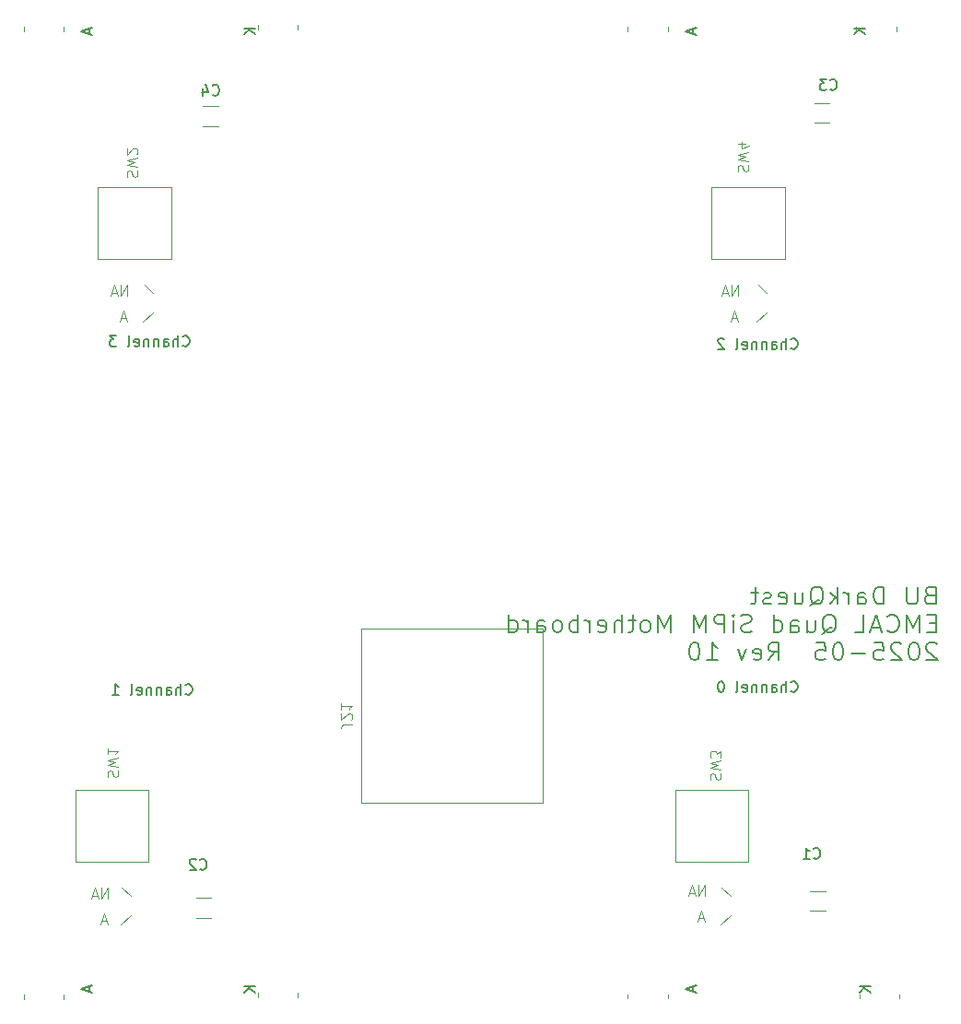
<source format=gbr>
%TF.GenerationSoftware,KiCad,Pcbnew,9.0.2*%
%TF.CreationDate,2025-06-11T08:09:26-04:00*%
%TF.ProjectId,DarkQuest_SiPM_Motherboard,4461726b-5175-4657-9374-5f5369504d5f,10*%
%TF.SameCoordinates,Original*%
%TF.FileFunction,Legend,Bot*%
%TF.FilePolarity,Positive*%
%FSLAX46Y46*%
G04 Gerber Fmt 4.6, Leading zero omitted, Abs format (unit mm)*
G04 Created by KiCad (PCBNEW 9.0.2) date 2025-06-11 08:09:26*
%MOMM*%
%LPD*%
G01*
G04 APERTURE LIST*
%ADD10C,0.150000*%
%ADD11C,0.203200*%
%ADD12C,0.100000*%
%ADD13C,0.120000*%
G04 APERTURE END LIST*
D10*
X65669104Y-143761905D02*
X65669104Y-144238095D01*
X65954819Y-143666667D02*
X64954819Y-144000000D01*
X64954819Y-144000000D02*
X65954819Y-144333333D01*
X130155792Y-85118580D02*
X130203411Y-85166200D01*
X130203411Y-85166200D02*
X130346268Y-85213819D01*
X130346268Y-85213819D02*
X130441506Y-85213819D01*
X130441506Y-85213819D02*
X130584363Y-85166200D01*
X130584363Y-85166200D02*
X130679601Y-85070961D01*
X130679601Y-85070961D02*
X130727220Y-84975723D01*
X130727220Y-84975723D02*
X130774839Y-84785247D01*
X130774839Y-84785247D02*
X130774839Y-84642390D01*
X130774839Y-84642390D02*
X130727220Y-84451914D01*
X130727220Y-84451914D02*
X130679601Y-84356676D01*
X130679601Y-84356676D02*
X130584363Y-84261438D01*
X130584363Y-84261438D02*
X130441506Y-84213819D01*
X130441506Y-84213819D02*
X130346268Y-84213819D01*
X130346268Y-84213819D02*
X130203411Y-84261438D01*
X130203411Y-84261438D02*
X130155792Y-84309057D01*
X129727220Y-85213819D02*
X129727220Y-84213819D01*
X129298649Y-85213819D02*
X129298649Y-84690009D01*
X129298649Y-84690009D02*
X129346268Y-84594771D01*
X129346268Y-84594771D02*
X129441506Y-84547152D01*
X129441506Y-84547152D02*
X129584363Y-84547152D01*
X129584363Y-84547152D02*
X129679601Y-84594771D01*
X129679601Y-84594771D02*
X129727220Y-84642390D01*
X128393887Y-85213819D02*
X128393887Y-84690009D01*
X128393887Y-84690009D02*
X128441506Y-84594771D01*
X128441506Y-84594771D02*
X128536744Y-84547152D01*
X128536744Y-84547152D02*
X128727220Y-84547152D01*
X128727220Y-84547152D02*
X128822458Y-84594771D01*
X128393887Y-85166200D02*
X128489125Y-85213819D01*
X128489125Y-85213819D02*
X128727220Y-85213819D01*
X128727220Y-85213819D02*
X128822458Y-85166200D01*
X128822458Y-85166200D02*
X128870077Y-85070961D01*
X128870077Y-85070961D02*
X128870077Y-84975723D01*
X128870077Y-84975723D02*
X128822458Y-84880485D01*
X128822458Y-84880485D02*
X128727220Y-84832866D01*
X128727220Y-84832866D02*
X128489125Y-84832866D01*
X128489125Y-84832866D02*
X128393887Y-84785247D01*
X127917696Y-84547152D02*
X127917696Y-85213819D01*
X127917696Y-84642390D02*
X127870077Y-84594771D01*
X127870077Y-84594771D02*
X127774839Y-84547152D01*
X127774839Y-84547152D02*
X127631982Y-84547152D01*
X127631982Y-84547152D02*
X127536744Y-84594771D01*
X127536744Y-84594771D02*
X127489125Y-84690009D01*
X127489125Y-84690009D02*
X127489125Y-85213819D01*
X127012934Y-84547152D02*
X127012934Y-85213819D01*
X127012934Y-84642390D02*
X126965315Y-84594771D01*
X126965315Y-84594771D02*
X126870077Y-84547152D01*
X126870077Y-84547152D02*
X126727220Y-84547152D01*
X126727220Y-84547152D02*
X126631982Y-84594771D01*
X126631982Y-84594771D02*
X126584363Y-84690009D01*
X126584363Y-84690009D02*
X126584363Y-85213819D01*
X125727220Y-85166200D02*
X125822458Y-85213819D01*
X125822458Y-85213819D02*
X126012934Y-85213819D01*
X126012934Y-85213819D02*
X126108172Y-85166200D01*
X126108172Y-85166200D02*
X126155791Y-85070961D01*
X126155791Y-85070961D02*
X126155791Y-84690009D01*
X126155791Y-84690009D02*
X126108172Y-84594771D01*
X126108172Y-84594771D02*
X126012934Y-84547152D01*
X126012934Y-84547152D02*
X125822458Y-84547152D01*
X125822458Y-84547152D02*
X125727220Y-84594771D01*
X125727220Y-84594771D02*
X125679601Y-84690009D01*
X125679601Y-84690009D02*
X125679601Y-84785247D01*
X125679601Y-84785247D02*
X126155791Y-84880485D01*
X125108172Y-85213819D02*
X125203410Y-85166200D01*
X125203410Y-85166200D02*
X125251029Y-85070961D01*
X125251029Y-85070961D02*
X125251029Y-84213819D01*
X124012933Y-84309057D02*
X123965314Y-84261438D01*
X123965314Y-84261438D02*
X123870076Y-84213819D01*
X123870076Y-84213819D02*
X123631981Y-84213819D01*
X123631981Y-84213819D02*
X123536743Y-84261438D01*
X123536743Y-84261438D02*
X123489124Y-84309057D01*
X123489124Y-84309057D02*
X123441505Y-84404295D01*
X123441505Y-84404295D02*
X123441505Y-84499533D01*
X123441505Y-84499533D02*
X123489124Y-84642390D01*
X123489124Y-84642390D02*
X124060552Y-85213819D01*
X124060552Y-85213819D02*
X123441505Y-85213819D01*
X65669104Y-55761905D02*
X65669104Y-56238095D01*
X65954819Y-55666667D02*
X64954819Y-56000000D01*
X64954819Y-56000000D02*
X65954819Y-56333333D01*
X74275792Y-84864580D02*
X74323411Y-84912200D01*
X74323411Y-84912200D02*
X74466268Y-84959819D01*
X74466268Y-84959819D02*
X74561506Y-84959819D01*
X74561506Y-84959819D02*
X74704363Y-84912200D01*
X74704363Y-84912200D02*
X74799601Y-84816961D01*
X74799601Y-84816961D02*
X74847220Y-84721723D01*
X74847220Y-84721723D02*
X74894839Y-84531247D01*
X74894839Y-84531247D02*
X74894839Y-84388390D01*
X74894839Y-84388390D02*
X74847220Y-84197914D01*
X74847220Y-84197914D02*
X74799601Y-84102676D01*
X74799601Y-84102676D02*
X74704363Y-84007438D01*
X74704363Y-84007438D02*
X74561506Y-83959819D01*
X74561506Y-83959819D02*
X74466268Y-83959819D01*
X74466268Y-83959819D02*
X74323411Y-84007438D01*
X74323411Y-84007438D02*
X74275792Y-84055057D01*
X73847220Y-84959819D02*
X73847220Y-83959819D01*
X73418649Y-84959819D02*
X73418649Y-84436009D01*
X73418649Y-84436009D02*
X73466268Y-84340771D01*
X73466268Y-84340771D02*
X73561506Y-84293152D01*
X73561506Y-84293152D02*
X73704363Y-84293152D01*
X73704363Y-84293152D02*
X73799601Y-84340771D01*
X73799601Y-84340771D02*
X73847220Y-84388390D01*
X72513887Y-84959819D02*
X72513887Y-84436009D01*
X72513887Y-84436009D02*
X72561506Y-84340771D01*
X72561506Y-84340771D02*
X72656744Y-84293152D01*
X72656744Y-84293152D02*
X72847220Y-84293152D01*
X72847220Y-84293152D02*
X72942458Y-84340771D01*
X72513887Y-84912200D02*
X72609125Y-84959819D01*
X72609125Y-84959819D02*
X72847220Y-84959819D01*
X72847220Y-84959819D02*
X72942458Y-84912200D01*
X72942458Y-84912200D02*
X72990077Y-84816961D01*
X72990077Y-84816961D02*
X72990077Y-84721723D01*
X72990077Y-84721723D02*
X72942458Y-84626485D01*
X72942458Y-84626485D02*
X72847220Y-84578866D01*
X72847220Y-84578866D02*
X72609125Y-84578866D01*
X72609125Y-84578866D02*
X72513887Y-84531247D01*
X72037696Y-84293152D02*
X72037696Y-84959819D01*
X72037696Y-84388390D02*
X71990077Y-84340771D01*
X71990077Y-84340771D02*
X71894839Y-84293152D01*
X71894839Y-84293152D02*
X71751982Y-84293152D01*
X71751982Y-84293152D02*
X71656744Y-84340771D01*
X71656744Y-84340771D02*
X71609125Y-84436009D01*
X71609125Y-84436009D02*
X71609125Y-84959819D01*
X71132934Y-84293152D02*
X71132934Y-84959819D01*
X71132934Y-84388390D02*
X71085315Y-84340771D01*
X71085315Y-84340771D02*
X70990077Y-84293152D01*
X70990077Y-84293152D02*
X70847220Y-84293152D01*
X70847220Y-84293152D02*
X70751982Y-84340771D01*
X70751982Y-84340771D02*
X70704363Y-84436009D01*
X70704363Y-84436009D02*
X70704363Y-84959819D01*
X69847220Y-84912200D02*
X69942458Y-84959819D01*
X69942458Y-84959819D02*
X70132934Y-84959819D01*
X70132934Y-84959819D02*
X70228172Y-84912200D01*
X70228172Y-84912200D02*
X70275791Y-84816961D01*
X70275791Y-84816961D02*
X70275791Y-84436009D01*
X70275791Y-84436009D02*
X70228172Y-84340771D01*
X70228172Y-84340771D02*
X70132934Y-84293152D01*
X70132934Y-84293152D02*
X69942458Y-84293152D01*
X69942458Y-84293152D02*
X69847220Y-84340771D01*
X69847220Y-84340771D02*
X69799601Y-84436009D01*
X69799601Y-84436009D02*
X69799601Y-84531247D01*
X69799601Y-84531247D02*
X70275791Y-84626485D01*
X69228172Y-84959819D02*
X69323410Y-84912200D01*
X69323410Y-84912200D02*
X69371029Y-84816961D01*
X69371029Y-84816961D02*
X69371029Y-83959819D01*
X68180552Y-83959819D02*
X67561505Y-83959819D01*
X67561505Y-83959819D02*
X67894838Y-84340771D01*
X67894838Y-84340771D02*
X67751981Y-84340771D01*
X67751981Y-84340771D02*
X67656743Y-84388390D01*
X67656743Y-84388390D02*
X67609124Y-84436009D01*
X67609124Y-84436009D02*
X67561505Y-84531247D01*
X67561505Y-84531247D02*
X67561505Y-84769342D01*
X67561505Y-84769342D02*
X67609124Y-84864580D01*
X67609124Y-84864580D02*
X67656743Y-84912200D01*
X67656743Y-84912200D02*
X67751981Y-84959819D01*
X67751981Y-84959819D02*
X68037695Y-84959819D01*
X68037695Y-84959819D02*
X68132933Y-84912200D01*
X68132933Y-84912200D02*
X68180552Y-84864580D01*
X80954819Y-55738095D02*
X79954819Y-55738095D01*
X80954819Y-56309523D02*
X80383390Y-55880952D01*
X79954819Y-56309523D02*
X80526247Y-55738095D01*
X130155792Y-116614580D02*
X130203411Y-116662200D01*
X130203411Y-116662200D02*
X130346268Y-116709819D01*
X130346268Y-116709819D02*
X130441506Y-116709819D01*
X130441506Y-116709819D02*
X130584363Y-116662200D01*
X130584363Y-116662200D02*
X130679601Y-116566961D01*
X130679601Y-116566961D02*
X130727220Y-116471723D01*
X130727220Y-116471723D02*
X130774839Y-116281247D01*
X130774839Y-116281247D02*
X130774839Y-116138390D01*
X130774839Y-116138390D02*
X130727220Y-115947914D01*
X130727220Y-115947914D02*
X130679601Y-115852676D01*
X130679601Y-115852676D02*
X130584363Y-115757438D01*
X130584363Y-115757438D02*
X130441506Y-115709819D01*
X130441506Y-115709819D02*
X130346268Y-115709819D01*
X130346268Y-115709819D02*
X130203411Y-115757438D01*
X130203411Y-115757438D02*
X130155792Y-115805057D01*
X129727220Y-116709819D02*
X129727220Y-115709819D01*
X129298649Y-116709819D02*
X129298649Y-116186009D01*
X129298649Y-116186009D02*
X129346268Y-116090771D01*
X129346268Y-116090771D02*
X129441506Y-116043152D01*
X129441506Y-116043152D02*
X129584363Y-116043152D01*
X129584363Y-116043152D02*
X129679601Y-116090771D01*
X129679601Y-116090771D02*
X129727220Y-116138390D01*
X128393887Y-116709819D02*
X128393887Y-116186009D01*
X128393887Y-116186009D02*
X128441506Y-116090771D01*
X128441506Y-116090771D02*
X128536744Y-116043152D01*
X128536744Y-116043152D02*
X128727220Y-116043152D01*
X128727220Y-116043152D02*
X128822458Y-116090771D01*
X128393887Y-116662200D02*
X128489125Y-116709819D01*
X128489125Y-116709819D02*
X128727220Y-116709819D01*
X128727220Y-116709819D02*
X128822458Y-116662200D01*
X128822458Y-116662200D02*
X128870077Y-116566961D01*
X128870077Y-116566961D02*
X128870077Y-116471723D01*
X128870077Y-116471723D02*
X128822458Y-116376485D01*
X128822458Y-116376485D02*
X128727220Y-116328866D01*
X128727220Y-116328866D02*
X128489125Y-116328866D01*
X128489125Y-116328866D02*
X128393887Y-116281247D01*
X127917696Y-116043152D02*
X127917696Y-116709819D01*
X127917696Y-116138390D02*
X127870077Y-116090771D01*
X127870077Y-116090771D02*
X127774839Y-116043152D01*
X127774839Y-116043152D02*
X127631982Y-116043152D01*
X127631982Y-116043152D02*
X127536744Y-116090771D01*
X127536744Y-116090771D02*
X127489125Y-116186009D01*
X127489125Y-116186009D02*
X127489125Y-116709819D01*
X127012934Y-116043152D02*
X127012934Y-116709819D01*
X127012934Y-116138390D02*
X126965315Y-116090771D01*
X126965315Y-116090771D02*
X126870077Y-116043152D01*
X126870077Y-116043152D02*
X126727220Y-116043152D01*
X126727220Y-116043152D02*
X126631982Y-116090771D01*
X126631982Y-116090771D02*
X126584363Y-116186009D01*
X126584363Y-116186009D02*
X126584363Y-116709819D01*
X125727220Y-116662200D02*
X125822458Y-116709819D01*
X125822458Y-116709819D02*
X126012934Y-116709819D01*
X126012934Y-116709819D02*
X126108172Y-116662200D01*
X126108172Y-116662200D02*
X126155791Y-116566961D01*
X126155791Y-116566961D02*
X126155791Y-116186009D01*
X126155791Y-116186009D02*
X126108172Y-116090771D01*
X126108172Y-116090771D02*
X126012934Y-116043152D01*
X126012934Y-116043152D02*
X125822458Y-116043152D01*
X125822458Y-116043152D02*
X125727220Y-116090771D01*
X125727220Y-116090771D02*
X125679601Y-116186009D01*
X125679601Y-116186009D02*
X125679601Y-116281247D01*
X125679601Y-116281247D02*
X126155791Y-116376485D01*
X125108172Y-116709819D02*
X125203410Y-116662200D01*
X125203410Y-116662200D02*
X125251029Y-116566961D01*
X125251029Y-116566961D02*
X125251029Y-115709819D01*
X123774838Y-115709819D02*
X123679600Y-115709819D01*
X123679600Y-115709819D02*
X123584362Y-115757438D01*
X123584362Y-115757438D02*
X123536743Y-115805057D01*
X123536743Y-115805057D02*
X123489124Y-115900295D01*
X123489124Y-115900295D02*
X123441505Y-116090771D01*
X123441505Y-116090771D02*
X123441505Y-116328866D01*
X123441505Y-116328866D02*
X123489124Y-116519342D01*
X123489124Y-116519342D02*
X123536743Y-116614580D01*
X123536743Y-116614580D02*
X123584362Y-116662200D01*
X123584362Y-116662200D02*
X123679600Y-116709819D01*
X123679600Y-116709819D02*
X123774838Y-116709819D01*
X123774838Y-116709819D02*
X123870076Y-116662200D01*
X123870076Y-116662200D02*
X123917695Y-116614580D01*
X123917695Y-116614580D02*
X123965314Y-116519342D01*
X123965314Y-116519342D02*
X124012933Y-116328866D01*
X124012933Y-116328866D02*
X124012933Y-116090771D01*
X124012933Y-116090771D02*
X123965314Y-115900295D01*
X123965314Y-115900295D02*
X123917695Y-115805057D01*
X123917695Y-115805057D02*
X123870076Y-115757438D01*
X123870076Y-115757438D02*
X123774838Y-115709819D01*
X121169104Y-55761905D02*
X121169104Y-56238095D01*
X121454819Y-55666667D02*
X120454819Y-56000000D01*
X120454819Y-56000000D02*
X121454819Y-56333333D01*
X80954819Y-143738095D02*
X79954819Y-143738095D01*
X80954819Y-144309523D02*
X80383390Y-143880952D01*
X79954819Y-144309523D02*
X80526247Y-143738095D01*
D11*
X142912887Y-107805618D02*
X142670030Y-107881808D01*
X142670030Y-107881808D02*
X142589077Y-107957999D01*
X142589077Y-107957999D02*
X142508125Y-108110380D01*
X142508125Y-108110380D02*
X142508125Y-108338951D01*
X142508125Y-108338951D02*
X142589077Y-108491332D01*
X142589077Y-108491332D02*
X142670030Y-108567523D01*
X142670030Y-108567523D02*
X142831935Y-108643713D01*
X142831935Y-108643713D02*
X143479554Y-108643713D01*
X143479554Y-108643713D02*
X143479554Y-107043713D01*
X143479554Y-107043713D02*
X142912887Y-107043713D01*
X142912887Y-107043713D02*
X142750982Y-107119903D01*
X142750982Y-107119903D02*
X142670030Y-107196094D01*
X142670030Y-107196094D02*
X142589077Y-107348475D01*
X142589077Y-107348475D02*
X142589077Y-107500856D01*
X142589077Y-107500856D02*
X142670030Y-107653237D01*
X142670030Y-107653237D02*
X142750982Y-107729427D01*
X142750982Y-107729427D02*
X142912887Y-107805618D01*
X142912887Y-107805618D02*
X143479554Y-107805618D01*
X141779554Y-107043713D02*
X141779554Y-108338951D01*
X141779554Y-108338951D02*
X141698601Y-108491332D01*
X141698601Y-108491332D02*
X141617649Y-108567523D01*
X141617649Y-108567523D02*
X141455744Y-108643713D01*
X141455744Y-108643713D02*
X141131935Y-108643713D01*
X141131935Y-108643713D02*
X140970030Y-108567523D01*
X140970030Y-108567523D02*
X140889077Y-108491332D01*
X140889077Y-108491332D02*
X140808125Y-108338951D01*
X140808125Y-108338951D02*
X140808125Y-107043713D01*
X138703364Y-108643713D02*
X138703364Y-107043713D01*
X138703364Y-107043713D02*
X138298602Y-107043713D01*
X138298602Y-107043713D02*
X138055745Y-107119903D01*
X138055745Y-107119903D02*
X137893840Y-107272284D01*
X137893840Y-107272284D02*
X137812887Y-107424665D01*
X137812887Y-107424665D02*
X137731935Y-107729427D01*
X137731935Y-107729427D02*
X137731935Y-107957999D01*
X137731935Y-107957999D02*
X137812887Y-108262761D01*
X137812887Y-108262761D02*
X137893840Y-108415142D01*
X137893840Y-108415142D02*
X138055745Y-108567523D01*
X138055745Y-108567523D02*
X138298602Y-108643713D01*
X138298602Y-108643713D02*
X138703364Y-108643713D01*
X136274792Y-108643713D02*
X136274792Y-107805618D01*
X136274792Y-107805618D02*
X136355745Y-107653237D01*
X136355745Y-107653237D02*
X136517649Y-107577046D01*
X136517649Y-107577046D02*
X136841459Y-107577046D01*
X136841459Y-107577046D02*
X137003364Y-107653237D01*
X136274792Y-108567523D02*
X136436697Y-108643713D01*
X136436697Y-108643713D02*
X136841459Y-108643713D01*
X136841459Y-108643713D02*
X137003364Y-108567523D01*
X137003364Y-108567523D02*
X137084316Y-108415142D01*
X137084316Y-108415142D02*
X137084316Y-108262761D01*
X137084316Y-108262761D02*
X137003364Y-108110380D01*
X137003364Y-108110380D02*
X136841459Y-108034189D01*
X136841459Y-108034189D02*
X136436697Y-108034189D01*
X136436697Y-108034189D02*
X136274792Y-107957999D01*
X135465269Y-108643713D02*
X135465269Y-107577046D01*
X135465269Y-107881808D02*
X135384316Y-107729427D01*
X135384316Y-107729427D02*
X135303364Y-107653237D01*
X135303364Y-107653237D02*
X135141459Y-107577046D01*
X135141459Y-107577046D02*
X134979554Y-107577046D01*
X134412888Y-108643713D02*
X134412888Y-107043713D01*
X134250983Y-108034189D02*
X133765269Y-108643713D01*
X133765269Y-107577046D02*
X134412888Y-108186570D01*
X131903364Y-108796094D02*
X132065269Y-108719903D01*
X132065269Y-108719903D02*
X132227174Y-108567523D01*
X132227174Y-108567523D02*
X132470031Y-108338951D01*
X132470031Y-108338951D02*
X132631936Y-108262761D01*
X132631936Y-108262761D02*
X132793840Y-108262761D01*
X132712888Y-108643713D02*
X132874793Y-108567523D01*
X132874793Y-108567523D02*
X133036698Y-108415142D01*
X133036698Y-108415142D02*
X133117650Y-108110380D01*
X133117650Y-108110380D02*
X133117650Y-107577046D01*
X133117650Y-107577046D02*
X133036698Y-107272284D01*
X133036698Y-107272284D02*
X132874793Y-107119903D01*
X132874793Y-107119903D02*
X132712888Y-107043713D01*
X132712888Y-107043713D02*
X132389079Y-107043713D01*
X132389079Y-107043713D02*
X132227174Y-107119903D01*
X132227174Y-107119903D02*
X132065269Y-107272284D01*
X132065269Y-107272284D02*
X131984317Y-107577046D01*
X131984317Y-107577046D02*
X131984317Y-108110380D01*
X131984317Y-108110380D02*
X132065269Y-108415142D01*
X132065269Y-108415142D02*
X132227174Y-108567523D01*
X132227174Y-108567523D02*
X132389079Y-108643713D01*
X132389079Y-108643713D02*
X132712888Y-108643713D01*
X130527174Y-107577046D02*
X130527174Y-108643713D01*
X131255746Y-107577046D02*
X131255746Y-108415142D01*
X131255746Y-108415142D02*
X131174793Y-108567523D01*
X131174793Y-108567523D02*
X131012888Y-108643713D01*
X131012888Y-108643713D02*
X130770031Y-108643713D01*
X130770031Y-108643713D02*
X130608127Y-108567523D01*
X130608127Y-108567523D02*
X130527174Y-108491332D01*
X129070032Y-108567523D02*
X129231936Y-108643713D01*
X129231936Y-108643713D02*
X129555746Y-108643713D01*
X129555746Y-108643713D02*
X129717651Y-108567523D01*
X129717651Y-108567523D02*
X129798603Y-108415142D01*
X129798603Y-108415142D02*
X129798603Y-107805618D01*
X129798603Y-107805618D02*
X129717651Y-107653237D01*
X129717651Y-107653237D02*
X129555746Y-107577046D01*
X129555746Y-107577046D02*
X129231936Y-107577046D01*
X129231936Y-107577046D02*
X129070032Y-107653237D01*
X129070032Y-107653237D02*
X128989079Y-107805618D01*
X128989079Y-107805618D02*
X128989079Y-107957999D01*
X128989079Y-107957999D02*
X129798603Y-108110380D01*
X128341460Y-108567523D02*
X128179555Y-108643713D01*
X128179555Y-108643713D02*
X127855746Y-108643713D01*
X127855746Y-108643713D02*
X127693841Y-108567523D01*
X127693841Y-108567523D02*
X127612889Y-108415142D01*
X127612889Y-108415142D02*
X127612889Y-108338951D01*
X127612889Y-108338951D02*
X127693841Y-108186570D01*
X127693841Y-108186570D02*
X127855746Y-108110380D01*
X127855746Y-108110380D02*
X128098603Y-108110380D01*
X128098603Y-108110380D02*
X128260508Y-108034189D01*
X128260508Y-108034189D02*
X128341460Y-107881808D01*
X128341460Y-107881808D02*
X128341460Y-107805618D01*
X128341460Y-107805618D02*
X128260508Y-107653237D01*
X128260508Y-107653237D02*
X128098603Y-107577046D01*
X128098603Y-107577046D02*
X127855746Y-107577046D01*
X127855746Y-107577046D02*
X127693841Y-107653237D01*
X127127175Y-107577046D02*
X126479556Y-107577046D01*
X126884318Y-107043713D02*
X126884318Y-108415142D01*
X126884318Y-108415142D02*
X126803365Y-108567523D01*
X126803365Y-108567523D02*
X126641460Y-108643713D01*
X126641460Y-108643713D02*
X126479556Y-108643713D01*
X143479554Y-110381528D02*
X142912887Y-110381528D01*
X142670030Y-111219623D02*
X143479554Y-111219623D01*
X143479554Y-111219623D02*
X143479554Y-109619623D01*
X143479554Y-109619623D02*
X142670030Y-109619623D01*
X141941459Y-111219623D02*
X141941459Y-109619623D01*
X141941459Y-109619623D02*
X141374792Y-110762480D01*
X141374792Y-110762480D02*
X140808125Y-109619623D01*
X140808125Y-109619623D02*
X140808125Y-111219623D01*
X139027173Y-111067242D02*
X139108125Y-111143433D01*
X139108125Y-111143433D02*
X139350983Y-111219623D01*
X139350983Y-111219623D02*
X139512887Y-111219623D01*
X139512887Y-111219623D02*
X139755744Y-111143433D01*
X139755744Y-111143433D02*
X139917649Y-110991052D01*
X139917649Y-110991052D02*
X139998602Y-110838671D01*
X139998602Y-110838671D02*
X140079554Y-110533909D01*
X140079554Y-110533909D02*
X140079554Y-110305337D01*
X140079554Y-110305337D02*
X139998602Y-110000575D01*
X139998602Y-110000575D02*
X139917649Y-109848194D01*
X139917649Y-109848194D02*
X139755744Y-109695813D01*
X139755744Y-109695813D02*
X139512887Y-109619623D01*
X139512887Y-109619623D02*
X139350983Y-109619623D01*
X139350983Y-109619623D02*
X139108125Y-109695813D01*
X139108125Y-109695813D02*
X139027173Y-109772004D01*
X138379554Y-110762480D02*
X137570030Y-110762480D01*
X138541459Y-111219623D02*
X137974792Y-109619623D01*
X137974792Y-109619623D02*
X137408125Y-111219623D01*
X136031935Y-111219623D02*
X136841459Y-111219623D01*
X136841459Y-111219623D02*
X136841459Y-109619623D01*
X133036697Y-111372004D02*
X133198602Y-111295813D01*
X133198602Y-111295813D02*
X133360507Y-111143433D01*
X133360507Y-111143433D02*
X133603364Y-110914861D01*
X133603364Y-110914861D02*
X133765269Y-110838671D01*
X133765269Y-110838671D02*
X133927173Y-110838671D01*
X133846221Y-111219623D02*
X134008126Y-111143433D01*
X134008126Y-111143433D02*
X134170031Y-110991052D01*
X134170031Y-110991052D02*
X134250983Y-110686290D01*
X134250983Y-110686290D02*
X134250983Y-110152956D01*
X134250983Y-110152956D02*
X134170031Y-109848194D01*
X134170031Y-109848194D02*
X134008126Y-109695813D01*
X134008126Y-109695813D02*
X133846221Y-109619623D01*
X133846221Y-109619623D02*
X133522412Y-109619623D01*
X133522412Y-109619623D02*
X133360507Y-109695813D01*
X133360507Y-109695813D02*
X133198602Y-109848194D01*
X133198602Y-109848194D02*
X133117650Y-110152956D01*
X133117650Y-110152956D02*
X133117650Y-110686290D01*
X133117650Y-110686290D02*
X133198602Y-110991052D01*
X133198602Y-110991052D02*
X133360507Y-111143433D01*
X133360507Y-111143433D02*
X133522412Y-111219623D01*
X133522412Y-111219623D02*
X133846221Y-111219623D01*
X131660507Y-110152956D02*
X131660507Y-111219623D01*
X132389079Y-110152956D02*
X132389079Y-110991052D01*
X132389079Y-110991052D02*
X132308126Y-111143433D01*
X132308126Y-111143433D02*
X132146221Y-111219623D01*
X132146221Y-111219623D02*
X131903364Y-111219623D01*
X131903364Y-111219623D02*
X131741460Y-111143433D01*
X131741460Y-111143433D02*
X131660507Y-111067242D01*
X130122412Y-111219623D02*
X130122412Y-110381528D01*
X130122412Y-110381528D02*
X130203365Y-110229147D01*
X130203365Y-110229147D02*
X130365269Y-110152956D01*
X130365269Y-110152956D02*
X130689079Y-110152956D01*
X130689079Y-110152956D02*
X130850984Y-110229147D01*
X130122412Y-111143433D02*
X130284317Y-111219623D01*
X130284317Y-111219623D02*
X130689079Y-111219623D01*
X130689079Y-111219623D02*
X130850984Y-111143433D01*
X130850984Y-111143433D02*
X130931936Y-110991052D01*
X130931936Y-110991052D02*
X130931936Y-110838671D01*
X130931936Y-110838671D02*
X130850984Y-110686290D01*
X130850984Y-110686290D02*
X130689079Y-110610099D01*
X130689079Y-110610099D02*
X130284317Y-110610099D01*
X130284317Y-110610099D02*
X130122412Y-110533909D01*
X128584317Y-111219623D02*
X128584317Y-109619623D01*
X128584317Y-111143433D02*
X128746222Y-111219623D01*
X128746222Y-111219623D02*
X129070031Y-111219623D01*
X129070031Y-111219623D02*
X129231936Y-111143433D01*
X129231936Y-111143433D02*
X129312889Y-111067242D01*
X129312889Y-111067242D02*
X129393841Y-110914861D01*
X129393841Y-110914861D02*
X129393841Y-110457718D01*
X129393841Y-110457718D02*
X129312889Y-110305337D01*
X129312889Y-110305337D02*
X129231936Y-110229147D01*
X129231936Y-110229147D02*
X129070031Y-110152956D01*
X129070031Y-110152956D02*
X128746222Y-110152956D01*
X128746222Y-110152956D02*
X128584317Y-110229147D01*
X126560508Y-111143433D02*
X126317651Y-111219623D01*
X126317651Y-111219623D02*
X125912889Y-111219623D01*
X125912889Y-111219623D02*
X125750984Y-111143433D01*
X125750984Y-111143433D02*
X125670032Y-111067242D01*
X125670032Y-111067242D02*
X125589079Y-110914861D01*
X125589079Y-110914861D02*
X125589079Y-110762480D01*
X125589079Y-110762480D02*
X125670032Y-110610099D01*
X125670032Y-110610099D02*
X125750984Y-110533909D01*
X125750984Y-110533909D02*
X125912889Y-110457718D01*
X125912889Y-110457718D02*
X126236698Y-110381528D01*
X126236698Y-110381528D02*
X126398603Y-110305337D01*
X126398603Y-110305337D02*
X126479556Y-110229147D01*
X126479556Y-110229147D02*
X126560508Y-110076766D01*
X126560508Y-110076766D02*
X126560508Y-109924385D01*
X126560508Y-109924385D02*
X126479556Y-109772004D01*
X126479556Y-109772004D02*
X126398603Y-109695813D01*
X126398603Y-109695813D02*
X126236698Y-109619623D01*
X126236698Y-109619623D02*
X125831937Y-109619623D01*
X125831937Y-109619623D02*
X125589079Y-109695813D01*
X124860508Y-111219623D02*
X124860508Y-110152956D01*
X124860508Y-109619623D02*
X124941460Y-109695813D01*
X124941460Y-109695813D02*
X124860508Y-109772004D01*
X124860508Y-109772004D02*
X124779555Y-109695813D01*
X124779555Y-109695813D02*
X124860508Y-109619623D01*
X124860508Y-109619623D02*
X124860508Y-109772004D01*
X124050984Y-111219623D02*
X124050984Y-109619623D01*
X124050984Y-109619623D02*
X123403365Y-109619623D01*
X123403365Y-109619623D02*
X123241460Y-109695813D01*
X123241460Y-109695813D02*
X123160507Y-109772004D01*
X123160507Y-109772004D02*
X123079555Y-109924385D01*
X123079555Y-109924385D02*
X123079555Y-110152956D01*
X123079555Y-110152956D02*
X123160507Y-110305337D01*
X123160507Y-110305337D02*
X123241460Y-110381528D01*
X123241460Y-110381528D02*
X123403365Y-110457718D01*
X123403365Y-110457718D02*
X124050984Y-110457718D01*
X122350984Y-111219623D02*
X122350984Y-109619623D01*
X122350984Y-109619623D02*
X121784317Y-110762480D01*
X121784317Y-110762480D02*
X121217650Y-109619623D01*
X121217650Y-109619623D02*
X121217650Y-111219623D01*
X119112889Y-111219623D02*
X119112889Y-109619623D01*
X119112889Y-109619623D02*
X118546222Y-110762480D01*
X118546222Y-110762480D02*
X117979555Y-109619623D01*
X117979555Y-109619623D02*
X117979555Y-111219623D01*
X116927174Y-111219623D02*
X117089079Y-111143433D01*
X117089079Y-111143433D02*
X117170032Y-111067242D01*
X117170032Y-111067242D02*
X117250984Y-110914861D01*
X117250984Y-110914861D02*
X117250984Y-110457718D01*
X117250984Y-110457718D02*
X117170032Y-110305337D01*
X117170032Y-110305337D02*
X117089079Y-110229147D01*
X117089079Y-110229147D02*
X116927174Y-110152956D01*
X116927174Y-110152956D02*
X116684317Y-110152956D01*
X116684317Y-110152956D02*
X116522413Y-110229147D01*
X116522413Y-110229147D02*
X116441460Y-110305337D01*
X116441460Y-110305337D02*
X116360508Y-110457718D01*
X116360508Y-110457718D02*
X116360508Y-110914861D01*
X116360508Y-110914861D02*
X116441460Y-111067242D01*
X116441460Y-111067242D02*
X116522413Y-111143433D01*
X116522413Y-111143433D02*
X116684317Y-111219623D01*
X116684317Y-111219623D02*
X116927174Y-111219623D01*
X115874794Y-110152956D02*
X115227175Y-110152956D01*
X115631937Y-109619623D02*
X115631937Y-110991052D01*
X115631937Y-110991052D02*
X115550984Y-111143433D01*
X115550984Y-111143433D02*
X115389079Y-111219623D01*
X115389079Y-111219623D02*
X115227175Y-111219623D01*
X114660508Y-111219623D02*
X114660508Y-109619623D01*
X113931936Y-111219623D02*
X113931936Y-110381528D01*
X113931936Y-110381528D02*
X114012889Y-110229147D01*
X114012889Y-110229147D02*
X114174793Y-110152956D01*
X114174793Y-110152956D02*
X114417650Y-110152956D01*
X114417650Y-110152956D02*
X114579555Y-110229147D01*
X114579555Y-110229147D02*
X114660508Y-110305337D01*
X112474794Y-111143433D02*
X112636698Y-111219623D01*
X112636698Y-111219623D02*
X112960508Y-111219623D01*
X112960508Y-111219623D02*
X113122413Y-111143433D01*
X113122413Y-111143433D02*
X113203365Y-110991052D01*
X113203365Y-110991052D02*
X113203365Y-110381528D01*
X113203365Y-110381528D02*
X113122413Y-110229147D01*
X113122413Y-110229147D02*
X112960508Y-110152956D01*
X112960508Y-110152956D02*
X112636698Y-110152956D01*
X112636698Y-110152956D02*
X112474794Y-110229147D01*
X112474794Y-110229147D02*
X112393841Y-110381528D01*
X112393841Y-110381528D02*
X112393841Y-110533909D01*
X112393841Y-110533909D02*
X113203365Y-110686290D01*
X111665270Y-111219623D02*
X111665270Y-110152956D01*
X111665270Y-110457718D02*
X111584317Y-110305337D01*
X111584317Y-110305337D02*
X111503365Y-110229147D01*
X111503365Y-110229147D02*
X111341460Y-110152956D01*
X111341460Y-110152956D02*
X111179555Y-110152956D01*
X110612889Y-111219623D02*
X110612889Y-109619623D01*
X110612889Y-110229147D02*
X110450984Y-110152956D01*
X110450984Y-110152956D02*
X110127174Y-110152956D01*
X110127174Y-110152956D02*
X109965270Y-110229147D01*
X109965270Y-110229147D02*
X109884317Y-110305337D01*
X109884317Y-110305337D02*
X109803365Y-110457718D01*
X109803365Y-110457718D02*
X109803365Y-110914861D01*
X109803365Y-110914861D02*
X109884317Y-111067242D01*
X109884317Y-111067242D02*
X109965270Y-111143433D01*
X109965270Y-111143433D02*
X110127174Y-111219623D01*
X110127174Y-111219623D02*
X110450984Y-111219623D01*
X110450984Y-111219623D02*
X110612889Y-111143433D01*
X108831936Y-111219623D02*
X108993841Y-111143433D01*
X108993841Y-111143433D02*
X109074794Y-111067242D01*
X109074794Y-111067242D02*
X109155746Y-110914861D01*
X109155746Y-110914861D02*
X109155746Y-110457718D01*
X109155746Y-110457718D02*
X109074794Y-110305337D01*
X109074794Y-110305337D02*
X108993841Y-110229147D01*
X108993841Y-110229147D02*
X108831936Y-110152956D01*
X108831936Y-110152956D02*
X108589079Y-110152956D01*
X108589079Y-110152956D02*
X108427175Y-110229147D01*
X108427175Y-110229147D02*
X108346222Y-110305337D01*
X108346222Y-110305337D02*
X108265270Y-110457718D01*
X108265270Y-110457718D02*
X108265270Y-110914861D01*
X108265270Y-110914861D02*
X108346222Y-111067242D01*
X108346222Y-111067242D02*
X108427175Y-111143433D01*
X108427175Y-111143433D02*
X108589079Y-111219623D01*
X108589079Y-111219623D02*
X108831936Y-111219623D01*
X106808127Y-111219623D02*
X106808127Y-110381528D01*
X106808127Y-110381528D02*
X106889080Y-110229147D01*
X106889080Y-110229147D02*
X107050984Y-110152956D01*
X107050984Y-110152956D02*
X107374794Y-110152956D01*
X107374794Y-110152956D02*
X107536699Y-110229147D01*
X106808127Y-111143433D02*
X106970032Y-111219623D01*
X106970032Y-111219623D02*
X107374794Y-111219623D01*
X107374794Y-111219623D02*
X107536699Y-111143433D01*
X107536699Y-111143433D02*
X107617651Y-110991052D01*
X107617651Y-110991052D02*
X107617651Y-110838671D01*
X107617651Y-110838671D02*
X107536699Y-110686290D01*
X107536699Y-110686290D02*
X107374794Y-110610099D01*
X107374794Y-110610099D02*
X106970032Y-110610099D01*
X106970032Y-110610099D02*
X106808127Y-110533909D01*
X105998604Y-111219623D02*
X105998604Y-110152956D01*
X105998604Y-110457718D02*
X105917651Y-110305337D01*
X105917651Y-110305337D02*
X105836699Y-110229147D01*
X105836699Y-110229147D02*
X105674794Y-110152956D01*
X105674794Y-110152956D02*
X105512889Y-110152956D01*
X104217651Y-111219623D02*
X104217651Y-109619623D01*
X104217651Y-111143433D02*
X104379556Y-111219623D01*
X104379556Y-111219623D02*
X104703365Y-111219623D01*
X104703365Y-111219623D02*
X104865270Y-111143433D01*
X104865270Y-111143433D02*
X104946223Y-111067242D01*
X104946223Y-111067242D02*
X105027175Y-110914861D01*
X105027175Y-110914861D02*
X105027175Y-110457718D01*
X105027175Y-110457718D02*
X104946223Y-110305337D01*
X104946223Y-110305337D02*
X104865270Y-110229147D01*
X104865270Y-110229147D02*
X104703365Y-110152956D01*
X104703365Y-110152956D02*
X104379556Y-110152956D01*
X104379556Y-110152956D02*
X104217651Y-110229147D01*
X143560506Y-112347914D02*
X143479554Y-112271723D01*
X143479554Y-112271723D02*
X143317649Y-112195533D01*
X143317649Y-112195533D02*
X142912887Y-112195533D01*
X142912887Y-112195533D02*
X142750982Y-112271723D01*
X142750982Y-112271723D02*
X142670030Y-112347914D01*
X142670030Y-112347914D02*
X142589077Y-112500295D01*
X142589077Y-112500295D02*
X142589077Y-112652676D01*
X142589077Y-112652676D02*
X142670030Y-112881247D01*
X142670030Y-112881247D02*
X143641458Y-113795533D01*
X143641458Y-113795533D02*
X142589077Y-113795533D01*
X141536696Y-112195533D02*
X141374791Y-112195533D01*
X141374791Y-112195533D02*
X141212887Y-112271723D01*
X141212887Y-112271723D02*
X141131934Y-112347914D01*
X141131934Y-112347914D02*
X141050982Y-112500295D01*
X141050982Y-112500295D02*
X140970029Y-112805057D01*
X140970029Y-112805057D02*
X140970029Y-113186009D01*
X140970029Y-113186009D02*
X141050982Y-113490771D01*
X141050982Y-113490771D02*
X141131934Y-113643152D01*
X141131934Y-113643152D02*
X141212887Y-113719343D01*
X141212887Y-113719343D02*
X141374791Y-113795533D01*
X141374791Y-113795533D02*
X141536696Y-113795533D01*
X141536696Y-113795533D02*
X141698601Y-113719343D01*
X141698601Y-113719343D02*
X141779553Y-113643152D01*
X141779553Y-113643152D02*
X141860506Y-113490771D01*
X141860506Y-113490771D02*
X141941458Y-113186009D01*
X141941458Y-113186009D02*
X141941458Y-112805057D01*
X141941458Y-112805057D02*
X141860506Y-112500295D01*
X141860506Y-112500295D02*
X141779553Y-112347914D01*
X141779553Y-112347914D02*
X141698601Y-112271723D01*
X141698601Y-112271723D02*
X141536696Y-112195533D01*
X140322410Y-112347914D02*
X140241458Y-112271723D01*
X140241458Y-112271723D02*
X140079553Y-112195533D01*
X140079553Y-112195533D02*
X139674791Y-112195533D01*
X139674791Y-112195533D02*
X139512886Y-112271723D01*
X139512886Y-112271723D02*
X139431934Y-112347914D01*
X139431934Y-112347914D02*
X139350981Y-112500295D01*
X139350981Y-112500295D02*
X139350981Y-112652676D01*
X139350981Y-112652676D02*
X139431934Y-112881247D01*
X139431934Y-112881247D02*
X140403362Y-113795533D01*
X140403362Y-113795533D02*
X139350981Y-113795533D01*
X137812886Y-112195533D02*
X138622410Y-112195533D01*
X138622410Y-112195533D02*
X138703362Y-112957438D01*
X138703362Y-112957438D02*
X138622410Y-112881247D01*
X138622410Y-112881247D02*
X138460505Y-112805057D01*
X138460505Y-112805057D02*
X138055743Y-112805057D01*
X138055743Y-112805057D02*
X137893838Y-112881247D01*
X137893838Y-112881247D02*
X137812886Y-112957438D01*
X137812886Y-112957438D02*
X137731933Y-113109819D01*
X137731933Y-113109819D02*
X137731933Y-113490771D01*
X137731933Y-113490771D02*
X137812886Y-113643152D01*
X137812886Y-113643152D02*
X137893838Y-113719343D01*
X137893838Y-113719343D02*
X138055743Y-113795533D01*
X138055743Y-113795533D02*
X138460505Y-113795533D01*
X138460505Y-113795533D02*
X138622410Y-113719343D01*
X138622410Y-113719343D02*
X138703362Y-113643152D01*
X137003362Y-113186009D02*
X135708124Y-113186009D01*
X134574790Y-112195533D02*
X134412885Y-112195533D01*
X134412885Y-112195533D02*
X134250981Y-112271723D01*
X134250981Y-112271723D02*
X134170028Y-112347914D01*
X134170028Y-112347914D02*
X134089076Y-112500295D01*
X134089076Y-112500295D02*
X134008123Y-112805057D01*
X134008123Y-112805057D02*
X134008123Y-113186009D01*
X134008123Y-113186009D02*
X134089076Y-113490771D01*
X134089076Y-113490771D02*
X134170028Y-113643152D01*
X134170028Y-113643152D02*
X134250981Y-113719343D01*
X134250981Y-113719343D02*
X134412885Y-113795533D01*
X134412885Y-113795533D02*
X134574790Y-113795533D01*
X134574790Y-113795533D02*
X134736695Y-113719343D01*
X134736695Y-113719343D02*
X134817647Y-113643152D01*
X134817647Y-113643152D02*
X134898600Y-113490771D01*
X134898600Y-113490771D02*
X134979552Y-113186009D01*
X134979552Y-113186009D02*
X134979552Y-112805057D01*
X134979552Y-112805057D02*
X134898600Y-112500295D01*
X134898600Y-112500295D02*
X134817647Y-112347914D01*
X134817647Y-112347914D02*
X134736695Y-112271723D01*
X134736695Y-112271723D02*
X134574790Y-112195533D01*
X132470028Y-112195533D02*
X133279552Y-112195533D01*
X133279552Y-112195533D02*
X133360504Y-112957438D01*
X133360504Y-112957438D02*
X133279552Y-112881247D01*
X133279552Y-112881247D02*
X133117647Y-112805057D01*
X133117647Y-112805057D02*
X132712885Y-112805057D01*
X132712885Y-112805057D02*
X132550980Y-112881247D01*
X132550980Y-112881247D02*
X132470028Y-112957438D01*
X132470028Y-112957438D02*
X132389075Y-113109819D01*
X132389075Y-113109819D02*
X132389075Y-113490771D01*
X132389075Y-113490771D02*
X132470028Y-113643152D01*
X132470028Y-113643152D02*
X132550980Y-113719343D01*
X132550980Y-113719343D02*
X132712885Y-113795533D01*
X132712885Y-113795533D02*
X133117647Y-113795533D01*
X133117647Y-113795533D02*
X133279552Y-113719343D01*
X133279552Y-113719343D02*
X133360504Y-113643152D01*
X128098599Y-113795533D02*
X128665266Y-113033628D01*
X129070028Y-113795533D02*
X129070028Y-112195533D01*
X129070028Y-112195533D02*
X128422409Y-112195533D01*
X128422409Y-112195533D02*
X128260504Y-112271723D01*
X128260504Y-112271723D02*
X128179551Y-112347914D01*
X128179551Y-112347914D02*
X128098599Y-112500295D01*
X128098599Y-112500295D02*
X128098599Y-112728866D01*
X128098599Y-112728866D02*
X128179551Y-112881247D01*
X128179551Y-112881247D02*
X128260504Y-112957438D01*
X128260504Y-112957438D02*
X128422409Y-113033628D01*
X128422409Y-113033628D02*
X129070028Y-113033628D01*
X126722409Y-113719343D02*
X126884313Y-113795533D01*
X126884313Y-113795533D02*
X127208123Y-113795533D01*
X127208123Y-113795533D02*
X127370028Y-113719343D01*
X127370028Y-113719343D02*
X127450980Y-113566962D01*
X127450980Y-113566962D02*
X127450980Y-112957438D01*
X127450980Y-112957438D02*
X127370028Y-112805057D01*
X127370028Y-112805057D02*
X127208123Y-112728866D01*
X127208123Y-112728866D02*
X126884313Y-112728866D01*
X126884313Y-112728866D02*
X126722409Y-112805057D01*
X126722409Y-112805057D02*
X126641456Y-112957438D01*
X126641456Y-112957438D02*
X126641456Y-113109819D01*
X126641456Y-113109819D02*
X127450980Y-113262200D01*
X126074789Y-112728866D02*
X125670027Y-113795533D01*
X125670027Y-113795533D02*
X125265266Y-112728866D01*
X122431932Y-113795533D02*
X123403361Y-113795533D01*
X122917647Y-113795533D02*
X122917647Y-112195533D01*
X122917647Y-112195533D02*
X123079551Y-112424104D01*
X123079551Y-112424104D02*
X123241456Y-112576485D01*
X123241456Y-112576485D02*
X123403361Y-112652676D01*
X121379551Y-112195533D02*
X121217646Y-112195533D01*
X121217646Y-112195533D02*
X121055742Y-112271723D01*
X121055742Y-112271723D02*
X120974789Y-112347914D01*
X120974789Y-112347914D02*
X120893837Y-112500295D01*
X120893837Y-112500295D02*
X120812884Y-112805057D01*
X120812884Y-112805057D02*
X120812884Y-113186009D01*
X120812884Y-113186009D02*
X120893837Y-113490771D01*
X120893837Y-113490771D02*
X120974789Y-113643152D01*
X120974789Y-113643152D02*
X121055742Y-113719343D01*
X121055742Y-113719343D02*
X121217646Y-113795533D01*
X121217646Y-113795533D02*
X121379551Y-113795533D01*
X121379551Y-113795533D02*
X121541456Y-113719343D01*
X121541456Y-113719343D02*
X121622408Y-113643152D01*
X121622408Y-113643152D02*
X121703361Y-113490771D01*
X121703361Y-113490771D02*
X121784313Y-113186009D01*
X121784313Y-113186009D02*
X121784313Y-112805057D01*
X121784313Y-112805057D02*
X121703361Y-112500295D01*
X121703361Y-112500295D02*
X121622408Y-112347914D01*
X121622408Y-112347914D02*
X121541456Y-112271723D01*
X121541456Y-112271723D02*
X121379551Y-112195533D01*
D10*
X74529792Y-116868580D02*
X74577411Y-116916200D01*
X74577411Y-116916200D02*
X74720268Y-116963819D01*
X74720268Y-116963819D02*
X74815506Y-116963819D01*
X74815506Y-116963819D02*
X74958363Y-116916200D01*
X74958363Y-116916200D02*
X75053601Y-116820961D01*
X75053601Y-116820961D02*
X75101220Y-116725723D01*
X75101220Y-116725723D02*
X75148839Y-116535247D01*
X75148839Y-116535247D02*
X75148839Y-116392390D01*
X75148839Y-116392390D02*
X75101220Y-116201914D01*
X75101220Y-116201914D02*
X75053601Y-116106676D01*
X75053601Y-116106676D02*
X74958363Y-116011438D01*
X74958363Y-116011438D02*
X74815506Y-115963819D01*
X74815506Y-115963819D02*
X74720268Y-115963819D01*
X74720268Y-115963819D02*
X74577411Y-116011438D01*
X74577411Y-116011438D02*
X74529792Y-116059057D01*
X74101220Y-116963819D02*
X74101220Y-115963819D01*
X73672649Y-116963819D02*
X73672649Y-116440009D01*
X73672649Y-116440009D02*
X73720268Y-116344771D01*
X73720268Y-116344771D02*
X73815506Y-116297152D01*
X73815506Y-116297152D02*
X73958363Y-116297152D01*
X73958363Y-116297152D02*
X74053601Y-116344771D01*
X74053601Y-116344771D02*
X74101220Y-116392390D01*
X72767887Y-116963819D02*
X72767887Y-116440009D01*
X72767887Y-116440009D02*
X72815506Y-116344771D01*
X72815506Y-116344771D02*
X72910744Y-116297152D01*
X72910744Y-116297152D02*
X73101220Y-116297152D01*
X73101220Y-116297152D02*
X73196458Y-116344771D01*
X72767887Y-116916200D02*
X72863125Y-116963819D01*
X72863125Y-116963819D02*
X73101220Y-116963819D01*
X73101220Y-116963819D02*
X73196458Y-116916200D01*
X73196458Y-116916200D02*
X73244077Y-116820961D01*
X73244077Y-116820961D02*
X73244077Y-116725723D01*
X73244077Y-116725723D02*
X73196458Y-116630485D01*
X73196458Y-116630485D02*
X73101220Y-116582866D01*
X73101220Y-116582866D02*
X72863125Y-116582866D01*
X72863125Y-116582866D02*
X72767887Y-116535247D01*
X72291696Y-116297152D02*
X72291696Y-116963819D01*
X72291696Y-116392390D02*
X72244077Y-116344771D01*
X72244077Y-116344771D02*
X72148839Y-116297152D01*
X72148839Y-116297152D02*
X72005982Y-116297152D01*
X72005982Y-116297152D02*
X71910744Y-116344771D01*
X71910744Y-116344771D02*
X71863125Y-116440009D01*
X71863125Y-116440009D02*
X71863125Y-116963819D01*
X71386934Y-116297152D02*
X71386934Y-116963819D01*
X71386934Y-116392390D02*
X71339315Y-116344771D01*
X71339315Y-116344771D02*
X71244077Y-116297152D01*
X71244077Y-116297152D02*
X71101220Y-116297152D01*
X71101220Y-116297152D02*
X71005982Y-116344771D01*
X71005982Y-116344771D02*
X70958363Y-116440009D01*
X70958363Y-116440009D02*
X70958363Y-116963819D01*
X70101220Y-116916200D02*
X70196458Y-116963819D01*
X70196458Y-116963819D02*
X70386934Y-116963819D01*
X70386934Y-116963819D02*
X70482172Y-116916200D01*
X70482172Y-116916200D02*
X70529791Y-116820961D01*
X70529791Y-116820961D02*
X70529791Y-116440009D01*
X70529791Y-116440009D02*
X70482172Y-116344771D01*
X70482172Y-116344771D02*
X70386934Y-116297152D01*
X70386934Y-116297152D02*
X70196458Y-116297152D01*
X70196458Y-116297152D02*
X70101220Y-116344771D01*
X70101220Y-116344771D02*
X70053601Y-116440009D01*
X70053601Y-116440009D02*
X70053601Y-116535247D01*
X70053601Y-116535247D02*
X70529791Y-116630485D01*
X69482172Y-116963819D02*
X69577410Y-116916200D01*
X69577410Y-116916200D02*
X69625029Y-116820961D01*
X69625029Y-116820961D02*
X69625029Y-115963819D01*
X67815505Y-116963819D02*
X68386933Y-116963819D01*
X68101219Y-116963819D02*
X68101219Y-115963819D01*
X68101219Y-115963819D02*
X68196457Y-116106676D01*
X68196457Y-116106676D02*
X68291695Y-116201914D01*
X68291695Y-116201914D02*
X68386933Y-116249533D01*
X137454819Y-143738095D02*
X136454819Y-143738095D01*
X137454819Y-144309523D02*
X136883390Y-143880952D01*
X136454819Y-144309523D02*
X137026247Y-143738095D01*
X121169104Y-143761905D02*
X121169104Y-144238095D01*
X121454819Y-143666667D02*
X120454819Y-144000000D01*
X120454819Y-144000000D02*
X121454819Y-144333333D01*
X136954819Y-55738095D02*
X135954819Y-55738095D01*
X136954819Y-56309523D02*
X136383390Y-55880952D01*
X135954819Y-56309523D02*
X136526247Y-55738095D01*
X77001666Y-61827580D02*
X77049285Y-61875200D01*
X77049285Y-61875200D02*
X77192142Y-61922819D01*
X77192142Y-61922819D02*
X77287380Y-61922819D01*
X77287380Y-61922819D02*
X77430237Y-61875200D01*
X77430237Y-61875200D02*
X77525475Y-61779961D01*
X77525475Y-61779961D02*
X77573094Y-61684723D01*
X77573094Y-61684723D02*
X77620713Y-61494247D01*
X77620713Y-61494247D02*
X77620713Y-61351390D01*
X77620713Y-61351390D02*
X77573094Y-61160914D01*
X77573094Y-61160914D02*
X77525475Y-61065676D01*
X77525475Y-61065676D02*
X77430237Y-60970438D01*
X77430237Y-60970438D02*
X77287380Y-60922819D01*
X77287380Y-60922819D02*
X77192142Y-60922819D01*
X77192142Y-60922819D02*
X77049285Y-60970438D01*
X77049285Y-60970438D02*
X77001666Y-61018057D01*
X76144523Y-61256152D02*
X76144523Y-61922819D01*
X76382618Y-60875200D02*
X76620713Y-61589485D01*
X76620713Y-61589485D02*
X76001666Y-61589485D01*
X133770666Y-61319580D02*
X133818285Y-61367200D01*
X133818285Y-61367200D02*
X133961142Y-61414819D01*
X133961142Y-61414819D02*
X134056380Y-61414819D01*
X134056380Y-61414819D02*
X134199237Y-61367200D01*
X134199237Y-61367200D02*
X134294475Y-61271961D01*
X134294475Y-61271961D02*
X134342094Y-61176723D01*
X134342094Y-61176723D02*
X134389713Y-60986247D01*
X134389713Y-60986247D02*
X134389713Y-60843390D01*
X134389713Y-60843390D02*
X134342094Y-60652914D01*
X134342094Y-60652914D02*
X134294475Y-60557676D01*
X134294475Y-60557676D02*
X134199237Y-60462438D01*
X134199237Y-60462438D02*
X134056380Y-60414819D01*
X134056380Y-60414819D02*
X133961142Y-60414819D01*
X133961142Y-60414819D02*
X133818285Y-60462438D01*
X133818285Y-60462438D02*
X133770666Y-60510057D01*
X133437332Y-60414819D02*
X132818285Y-60414819D01*
X132818285Y-60414819D02*
X133151618Y-60795771D01*
X133151618Y-60795771D02*
X133008761Y-60795771D01*
X133008761Y-60795771D02*
X132913523Y-60843390D01*
X132913523Y-60843390D02*
X132865904Y-60891009D01*
X132865904Y-60891009D02*
X132818285Y-60986247D01*
X132818285Y-60986247D02*
X132818285Y-61224342D01*
X132818285Y-61224342D02*
X132865904Y-61319580D01*
X132865904Y-61319580D02*
X132913523Y-61367200D01*
X132913523Y-61367200D02*
X133008761Y-61414819D01*
X133008761Y-61414819D02*
X133294475Y-61414819D01*
X133294475Y-61414819D02*
X133389713Y-61367200D01*
X133389713Y-61367200D02*
X133437332Y-61319580D01*
X132246666Y-131931580D02*
X132294285Y-131979200D01*
X132294285Y-131979200D02*
X132437142Y-132026819D01*
X132437142Y-132026819D02*
X132532380Y-132026819D01*
X132532380Y-132026819D02*
X132675237Y-131979200D01*
X132675237Y-131979200D02*
X132770475Y-131883961D01*
X132770475Y-131883961D02*
X132818094Y-131788723D01*
X132818094Y-131788723D02*
X132865713Y-131598247D01*
X132865713Y-131598247D02*
X132865713Y-131455390D01*
X132865713Y-131455390D02*
X132818094Y-131264914D01*
X132818094Y-131264914D02*
X132770475Y-131169676D01*
X132770475Y-131169676D02*
X132675237Y-131074438D01*
X132675237Y-131074438D02*
X132532380Y-131026819D01*
X132532380Y-131026819D02*
X132437142Y-131026819D01*
X132437142Y-131026819D02*
X132294285Y-131074438D01*
X132294285Y-131074438D02*
X132246666Y-131122057D01*
X131294285Y-132026819D02*
X131865713Y-132026819D01*
X131579999Y-132026819D02*
X131579999Y-131026819D01*
X131579999Y-131026819D02*
X131675237Y-131169676D01*
X131675237Y-131169676D02*
X131770475Y-131264914D01*
X131770475Y-131264914D02*
X131865713Y-131312533D01*
X75858666Y-132947580D02*
X75906285Y-132995200D01*
X75906285Y-132995200D02*
X76049142Y-133042819D01*
X76049142Y-133042819D02*
X76144380Y-133042819D01*
X76144380Y-133042819D02*
X76287237Y-132995200D01*
X76287237Y-132995200D02*
X76382475Y-132899961D01*
X76382475Y-132899961D02*
X76430094Y-132804723D01*
X76430094Y-132804723D02*
X76477713Y-132614247D01*
X76477713Y-132614247D02*
X76477713Y-132471390D01*
X76477713Y-132471390D02*
X76430094Y-132280914D01*
X76430094Y-132280914D02*
X76382475Y-132185676D01*
X76382475Y-132185676D02*
X76287237Y-132090438D01*
X76287237Y-132090438D02*
X76144380Y-132042819D01*
X76144380Y-132042819D02*
X76049142Y-132042819D01*
X76049142Y-132042819D02*
X75906285Y-132090438D01*
X75906285Y-132090438D02*
X75858666Y-132138057D01*
X75477713Y-132138057D02*
X75430094Y-132090438D01*
X75430094Y-132090438D02*
X75334856Y-132042819D01*
X75334856Y-132042819D02*
X75096761Y-132042819D01*
X75096761Y-132042819D02*
X75001523Y-132090438D01*
X75001523Y-132090438D02*
X74953904Y-132138057D01*
X74953904Y-132138057D02*
X74906285Y-132233295D01*
X74906285Y-132233295D02*
X74906285Y-132328533D01*
X74906285Y-132328533D02*
X74953904Y-132471390D01*
X74953904Y-132471390D02*
X75525332Y-133042819D01*
X75525332Y-133042819D02*
X74906285Y-133042819D01*
D12*
X67408200Y-124523332D02*
X67360580Y-124380475D01*
X67360580Y-124380475D02*
X67360580Y-124142380D01*
X67360580Y-124142380D02*
X67408200Y-124047142D01*
X67408200Y-124047142D02*
X67455819Y-123999523D01*
X67455819Y-123999523D02*
X67551057Y-123951904D01*
X67551057Y-123951904D02*
X67646295Y-123951904D01*
X67646295Y-123951904D02*
X67741533Y-123999523D01*
X67741533Y-123999523D02*
X67789152Y-124047142D01*
X67789152Y-124047142D02*
X67836771Y-124142380D01*
X67836771Y-124142380D02*
X67884390Y-124332856D01*
X67884390Y-124332856D02*
X67932009Y-124428094D01*
X67932009Y-124428094D02*
X67979628Y-124475713D01*
X67979628Y-124475713D02*
X68074866Y-124523332D01*
X68074866Y-124523332D02*
X68170104Y-124523332D01*
X68170104Y-124523332D02*
X68265342Y-124475713D01*
X68265342Y-124475713D02*
X68312961Y-124428094D01*
X68312961Y-124428094D02*
X68360580Y-124332856D01*
X68360580Y-124332856D02*
X68360580Y-124094761D01*
X68360580Y-124094761D02*
X68312961Y-123951904D01*
X68360580Y-123618570D02*
X67360580Y-123380475D01*
X67360580Y-123380475D02*
X68074866Y-123189999D01*
X68074866Y-123189999D02*
X67360580Y-122999523D01*
X67360580Y-122999523D02*
X68360580Y-122761428D01*
X67360580Y-121856666D02*
X67360580Y-122428094D01*
X67360580Y-122142380D02*
X68360580Y-122142380D01*
X68360580Y-122142380D02*
X68217723Y-122237618D01*
X68217723Y-122237618D02*
X68122485Y-122332856D01*
X68122485Y-122332856D02*
X68074866Y-122428094D01*
X67410115Y-135698419D02*
X67410115Y-134698419D01*
X67410115Y-134698419D02*
X66838687Y-135698419D01*
X66838687Y-135698419D02*
X66838687Y-134698419D01*
X66410115Y-135412704D02*
X65933925Y-135412704D01*
X66505353Y-135698419D02*
X66172020Y-134698419D01*
X66172020Y-134698419D02*
X65838687Y-135698419D01*
X67307734Y-137762704D02*
X66831544Y-137762704D01*
X67402972Y-138048419D02*
X67069639Y-137048419D01*
X67069639Y-137048419D02*
X66736306Y-138048419D01*
X69186200Y-69405332D02*
X69138580Y-69262475D01*
X69138580Y-69262475D02*
X69138580Y-69024380D01*
X69138580Y-69024380D02*
X69186200Y-68929142D01*
X69186200Y-68929142D02*
X69233819Y-68881523D01*
X69233819Y-68881523D02*
X69329057Y-68833904D01*
X69329057Y-68833904D02*
X69424295Y-68833904D01*
X69424295Y-68833904D02*
X69519533Y-68881523D01*
X69519533Y-68881523D02*
X69567152Y-68929142D01*
X69567152Y-68929142D02*
X69614771Y-69024380D01*
X69614771Y-69024380D02*
X69662390Y-69214856D01*
X69662390Y-69214856D02*
X69710009Y-69310094D01*
X69710009Y-69310094D02*
X69757628Y-69357713D01*
X69757628Y-69357713D02*
X69852866Y-69405332D01*
X69852866Y-69405332D02*
X69948104Y-69405332D01*
X69948104Y-69405332D02*
X70043342Y-69357713D01*
X70043342Y-69357713D02*
X70090961Y-69310094D01*
X70090961Y-69310094D02*
X70138580Y-69214856D01*
X70138580Y-69214856D02*
X70138580Y-68976761D01*
X70138580Y-68976761D02*
X70090961Y-68833904D01*
X70138580Y-68500570D02*
X69138580Y-68262475D01*
X69138580Y-68262475D02*
X69852866Y-68071999D01*
X69852866Y-68071999D02*
X69138580Y-67881523D01*
X69138580Y-67881523D02*
X70138580Y-67643428D01*
X70043342Y-67310094D02*
X70090961Y-67262475D01*
X70090961Y-67262475D02*
X70138580Y-67167237D01*
X70138580Y-67167237D02*
X70138580Y-66929142D01*
X70138580Y-66929142D02*
X70090961Y-66833904D01*
X70090961Y-66833904D02*
X70043342Y-66786285D01*
X70043342Y-66786285D02*
X69948104Y-66738666D01*
X69948104Y-66738666D02*
X69852866Y-66738666D01*
X69852866Y-66738666D02*
X69710009Y-66786285D01*
X69710009Y-66786285D02*
X69138580Y-67357713D01*
X69138580Y-67357713D02*
X69138580Y-66738666D01*
X69085734Y-82390704D02*
X68609544Y-82390704D01*
X69180972Y-82676419D02*
X68847639Y-81676419D01*
X68847639Y-81676419D02*
X68514306Y-82676419D01*
X69188115Y-80326419D02*
X69188115Y-79326419D01*
X69188115Y-79326419D02*
X68616687Y-80326419D01*
X68616687Y-80326419D02*
X68616687Y-79326419D01*
X68188115Y-80040704D02*
X67711925Y-80040704D01*
X68283353Y-80326419D02*
X67950020Y-79326419D01*
X67950020Y-79326419D02*
X67616687Y-80326419D01*
X89842580Y-119684523D02*
X89128295Y-119684523D01*
X89128295Y-119684523D02*
X88985438Y-119732142D01*
X88985438Y-119732142D02*
X88890200Y-119827380D01*
X88890200Y-119827380D02*
X88842580Y-119970237D01*
X88842580Y-119970237D02*
X88842580Y-120065475D01*
X89747342Y-119255951D02*
X89794961Y-119208332D01*
X89794961Y-119208332D02*
X89842580Y-119113094D01*
X89842580Y-119113094D02*
X89842580Y-118874999D01*
X89842580Y-118874999D02*
X89794961Y-118779761D01*
X89794961Y-118779761D02*
X89747342Y-118732142D01*
X89747342Y-118732142D02*
X89652104Y-118684523D01*
X89652104Y-118684523D02*
X89556866Y-118684523D01*
X89556866Y-118684523D02*
X89414009Y-118732142D01*
X89414009Y-118732142D02*
X88842580Y-119303570D01*
X88842580Y-119303570D02*
X88842580Y-118684523D01*
X88842580Y-117732142D02*
X88842580Y-118303570D01*
X88842580Y-118017856D02*
X89842580Y-118017856D01*
X89842580Y-118017856D02*
X89699723Y-118113094D01*
X89699723Y-118113094D02*
X89604485Y-118208332D01*
X89604485Y-118208332D02*
X89556866Y-118303570D01*
X122780200Y-124777332D02*
X122732580Y-124634475D01*
X122732580Y-124634475D02*
X122732580Y-124396380D01*
X122732580Y-124396380D02*
X122780200Y-124301142D01*
X122780200Y-124301142D02*
X122827819Y-124253523D01*
X122827819Y-124253523D02*
X122923057Y-124205904D01*
X122923057Y-124205904D02*
X123018295Y-124205904D01*
X123018295Y-124205904D02*
X123113533Y-124253523D01*
X123113533Y-124253523D02*
X123161152Y-124301142D01*
X123161152Y-124301142D02*
X123208771Y-124396380D01*
X123208771Y-124396380D02*
X123256390Y-124586856D01*
X123256390Y-124586856D02*
X123304009Y-124682094D01*
X123304009Y-124682094D02*
X123351628Y-124729713D01*
X123351628Y-124729713D02*
X123446866Y-124777332D01*
X123446866Y-124777332D02*
X123542104Y-124777332D01*
X123542104Y-124777332D02*
X123637342Y-124729713D01*
X123637342Y-124729713D02*
X123684961Y-124682094D01*
X123684961Y-124682094D02*
X123732580Y-124586856D01*
X123732580Y-124586856D02*
X123732580Y-124348761D01*
X123732580Y-124348761D02*
X123684961Y-124205904D01*
X123732580Y-123872570D02*
X122732580Y-123634475D01*
X122732580Y-123634475D02*
X123446866Y-123443999D01*
X123446866Y-123443999D02*
X122732580Y-123253523D01*
X122732580Y-123253523D02*
X123732580Y-123015428D01*
X123732580Y-122729713D02*
X123732580Y-122110666D01*
X123732580Y-122110666D02*
X123351628Y-122443999D01*
X123351628Y-122443999D02*
X123351628Y-122301142D01*
X123351628Y-122301142D02*
X123304009Y-122205904D01*
X123304009Y-122205904D02*
X123256390Y-122158285D01*
X123256390Y-122158285D02*
X123161152Y-122110666D01*
X123161152Y-122110666D02*
X122923057Y-122110666D01*
X122923057Y-122110666D02*
X122827819Y-122158285D01*
X122827819Y-122158285D02*
X122780200Y-122205904D01*
X122780200Y-122205904D02*
X122732580Y-122301142D01*
X122732580Y-122301142D02*
X122732580Y-122586856D01*
X122732580Y-122586856D02*
X122780200Y-122682094D01*
X122780200Y-122682094D02*
X122827819Y-122729713D01*
X122274115Y-135444419D02*
X122274115Y-134444419D01*
X122274115Y-134444419D02*
X121702687Y-135444419D01*
X121702687Y-135444419D02*
X121702687Y-134444419D01*
X121274115Y-135158704D02*
X120797925Y-135158704D01*
X121369353Y-135444419D02*
X121036020Y-134444419D01*
X121036020Y-134444419D02*
X120702687Y-135444419D01*
X122171734Y-137508704D02*
X121695544Y-137508704D01*
X122266972Y-137794419D02*
X121933639Y-136794419D01*
X121933639Y-136794419D02*
X121600306Y-137794419D01*
X125320200Y-68897332D02*
X125272580Y-68754475D01*
X125272580Y-68754475D02*
X125272580Y-68516380D01*
X125272580Y-68516380D02*
X125320200Y-68421142D01*
X125320200Y-68421142D02*
X125367819Y-68373523D01*
X125367819Y-68373523D02*
X125463057Y-68325904D01*
X125463057Y-68325904D02*
X125558295Y-68325904D01*
X125558295Y-68325904D02*
X125653533Y-68373523D01*
X125653533Y-68373523D02*
X125701152Y-68421142D01*
X125701152Y-68421142D02*
X125748771Y-68516380D01*
X125748771Y-68516380D02*
X125796390Y-68706856D01*
X125796390Y-68706856D02*
X125844009Y-68802094D01*
X125844009Y-68802094D02*
X125891628Y-68849713D01*
X125891628Y-68849713D02*
X125986866Y-68897332D01*
X125986866Y-68897332D02*
X126082104Y-68897332D01*
X126082104Y-68897332D02*
X126177342Y-68849713D01*
X126177342Y-68849713D02*
X126224961Y-68802094D01*
X126224961Y-68802094D02*
X126272580Y-68706856D01*
X126272580Y-68706856D02*
X126272580Y-68468761D01*
X126272580Y-68468761D02*
X126224961Y-68325904D01*
X126272580Y-67992570D02*
X125272580Y-67754475D01*
X125272580Y-67754475D02*
X125986866Y-67563999D01*
X125986866Y-67563999D02*
X125272580Y-67373523D01*
X125272580Y-67373523D02*
X126272580Y-67135428D01*
X125939247Y-66325904D02*
X125272580Y-66325904D01*
X126320200Y-66563999D02*
X125605914Y-66802094D01*
X125605914Y-66802094D02*
X125605914Y-66183047D01*
X125322115Y-80326419D02*
X125322115Y-79326419D01*
X125322115Y-79326419D02*
X124750687Y-80326419D01*
X124750687Y-80326419D02*
X124750687Y-79326419D01*
X124322115Y-80040704D02*
X123845925Y-80040704D01*
X124417353Y-80326419D02*
X124084020Y-79326419D01*
X124084020Y-79326419D02*
X123750687Y-80326419D01*
X125219734Y-82390704D02*
X124743544Y-82390704D01*
X125314972Y-82676419D02*
X124981639Y-81676419D01*
X124981639Y-81676419D02*
X124648306Y-82676419D01*
D13*
%TO.C,C4*%
X77546252Y-62882500D02*
X76123748Y-62882500D01*
X77546252Y-64702500D02*
X76123748Y-64702500D01*
%TO.C,C3*%
X133718752Y-62590000D02*
X132296248Y-62590000D01*
X133718752Y-64410000D02*
X132296248Y-64410000D01*
%TO.C,C1*%
X133337752Y-134980000D02*
X131915248Y-134980000D01*
X133337752Y-136800000D02*
X131915248Y-136800000D01*
%TO.C,C2*%
X76911252Y-135615000D02*
X75488748Y-135615000D01*
X76911252Y-137435000D02*
X75488748Y-137435000D01*
D12*
%TO.C,SW1*%
X68682000Y-134652000D02*
X69482000Y-135402000D01*
X69482000Y-137202000D02*
X68582000Y-138052000D01*
X71132000Y-132302000D02*
X64432000Y-132302000D01*
X64432000Y-125702000D01*
X71132000Y-125702000D01*
X71132000Y-132302000D01*
D13*
%TO.C,J1*%
X136440000Y-144870000D02*
X136440000Y-144470000D01*
X140140000Y-144470000D02*
X140140000Y-144870000D01*
D12*
%TO.C,SW2*%
X70750000Y-79310000D02*
X71550000Y-80060000D01*
X71550000Y-81860000D02*
X70650000Y-82710000D01*
X73200000Y-76960000D02*
X66500000Y-76960000D01*
X66500000Y-70360000D01*
X73200000Y-70360000D01*
X73200000Y-76960000D01*
%TO.C,J21*%
X90650000Y-126875000D02*
X107350000Y-126875000D01*
X107350000Y-110875000D01*
X90650000Y-110875000D01*
X90650000Y-126875000D01*
D13*
%TO.C,J11*%
X59650000Y-144910000D02*
X59650000Y-144510000D01*
X63350000Y-144510000D02*
X63350000Y-144910000D01*
%TO.C,J3*%
X136150000Y-55990000D02*
X136150000Y-55590000D01*
X139850000Y-55590000D02*
X139850000Y-55990000D01*
%TO.C,J9*%
X115150000Y-144870000D02*
X115150000Y-144470000D01*
X118850000Y-144470000D02*
X118850000Y-144870000D01*
%TO.C,J10*%
X81150000Y-55870000D02*
X81150000Y-55470000D01*
X84850000Y-55470000D02*
X84850000Y-55870000D01*
D12*
%TO.C,SW3*%
X123800000Y-134682000D02*
X124600000Y-135432000D01*
X124600000Y-137232000D02*
X123700000Y-138082000D01*
X126250000Y-132332000D02*
X119550000Y-132332000D01*
X119550000Y-125732000D01*
X126250000Y-125732000D01*
X126250000Y-132332000D01*
D13*
%TO.C,J4*%
X59650000Y-56030000D02*
X59650000Y-55630000D01*
X63350000Y-55630000D02*
X63350000Y-56030000D01*
%TO.C,J12*%
X81150000Y-144750000D02*
X81150000Y-144350000D01*
X84850000Y-144350000D02*
X84850000Y-144750000D01*
D12*
%TO.C,SW4*%
X127138000Y-79310000D02*
X127938000Y-80060000D01*
X127938000Y-81860000D02*
X127038000Y-82710000D01*
X129588000Y-76960000D02*
X122888000Y-76960000D01*
X122888000Y-70360000D01*
X129588000Y-70360000D01*
X129588000Y-76960000D01*
D13*
%TO.C,J2*%
X115150000Y-56030000D02*
X115150000Y-55630000D01*
X118850000Y-55630000D02*
X118850000Y-56030000D01*
%TD*%
M02*

</source>
